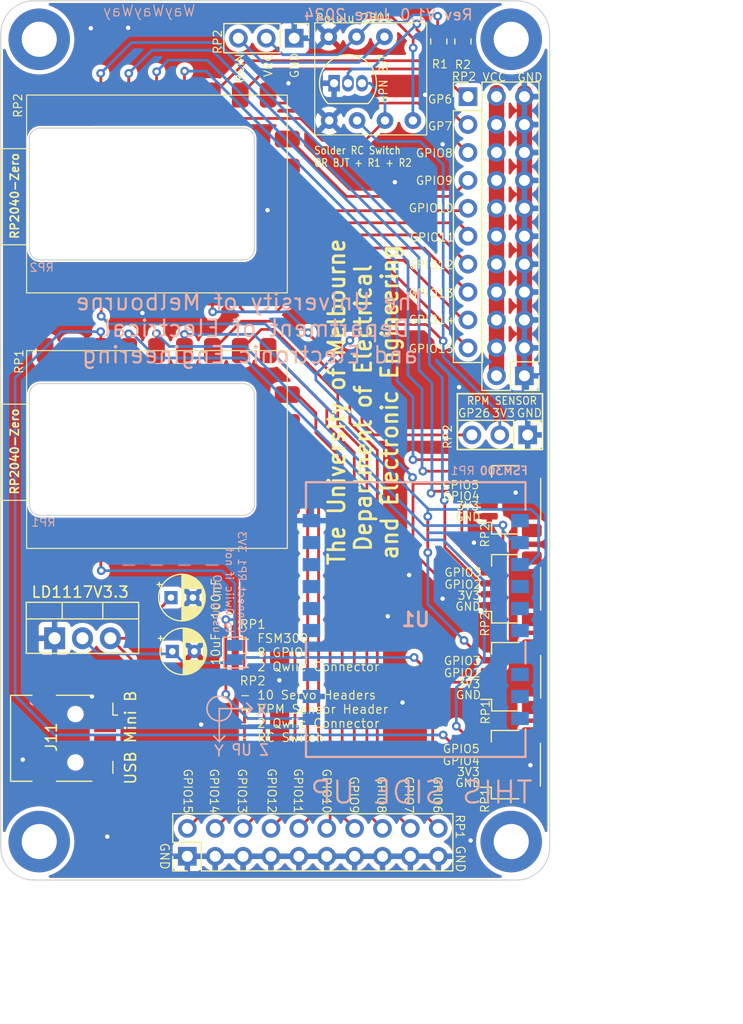
<source format=kicad_pcb>
(kicad_pcb (version 20221018) (generator pcbnew)
  (layers (0 "F.Cu" signal) (31 "B.Cu" signal) (34 "B.Paste" user) (35 "F.Paste" user) (36 "B.SilkS" user "B.Silkscreen") (37 "F.SilkS" user "F.Silkscreen") (38 "B.Mask" user) (39 "F.Mask" user) (44 "Edge.Cuts" user))
  (net 0 "")
  (net 1 "GND")
  (net 2 "3V3")
  (net 3 "SDA1")
  (net 4 "SCL1")
  (net 5 "SDA2")
  (net 6 "SCL2")
  (net 7 "SDA3")
  (net 8 "SCL3")
  (net 9 "SDA4")
  (net 10 "SCL4")
  (net 24 "GP6")
  (net 25 "GP7")
  (net 26 "GP8")
  (net 27 "GP9")
  (net 28 "GP10")
  (net 29 "GP11")
  (net 30 "GP12")
  (net 31 "GP13")
  (net 32 "GP14")
  (net 33 "GP15")
  (net 34 "GP6B")
  (net 35 "GP7B")
  (net 36 "GP8B")
  (net 37 "GP9B")
  (net 38 "GP10B")
  (net 39 "GP11B")
  (net 40 "GP12B")
  (net 41 "GP13B")
  (net 42 "Net-(J7-Pin_2)")
  (net 49 "Net-(J7-Pin_3)")
  (net 54 "GP14B")
  (net 55 "GP15B")
  (net 56 "3V3B")
  (net 57 "VCC")
  (net 58 "GPIO1B")
  (net 60 "GP26B")
  (net 61 "Net-(Q1-B)")
  (net 62 "3V3PS")
  (net 63 "VCC_TOF")
  (footprint "Connector_JST:JST_SH_SM04B-SRSS-TB_1x04-1MP_P1.00mm_Horizontal" (layer "F.Cu") (at 58.47 81.5 90)
    (fp_text reference "J3" hide)
    (fp_text value "Conn_01x04" hide)
  )
  (footprint "RP2040-Zero:RP2040-Zero" (layer "F.Cu") (at 38.1 38.575 90)
    (fp_text reference "RP2" hide)
    (fp_text value "RP2040-Zero" hide)
    (fp_line (start 3 -4) (end 3 -22.5) (stroke (width 0.1)) (layer "Edge.Cuts"))
    (fp_line (start 4 -23.5) (end 14 -23.5) (stroke (width 0.1)) (layer "Edge.Cuts"))
    (fp_line (start 14 -3) (end 4 -3) (stroke (width 0.1)) (layer "Edge.Cuts"))
    (fp_line (start 15 -22.5) (end 15 -4) (stroke (width 0.1)) (layer "Edge.Cuts"))
    (fp_arc (start 3 -22.5) (mid 3.292893 -23.207107) (end 4 -23.5) (stroke (width 0.1)) (layer "Edge.Cuts"))
    (fp_arc (start 4 -3) (mid 3.292893 -3.292893) (end 3 -4) (stroke (width 0.1)) (layer "Edge.Cuts"))
    (fp_arc (start 14 -23.5) (mid 14.707107 -23.207107) (end 15 -22.5) (stroke (width 0.1)) (layer "Edge.Cuts"))
    (fp_arc (start 15 -4) (mid 14.707107 -3.292893) (end 14 -3) (stroke (width 0.1)) (layer "Edge.Cuts"))
  )
  (footprint "Connector_JST:JST_SH_SM04B-SRSS-TB_1x04-1MP_P1.00mm_Horizontal" (layer "F.Cu") (at 58.5 57.4 90)
    (fp_text reference "J4" hide)
    (fp_text value "Conn_01x04" hide)
  )
  (footprint "Connector_USB:USB_Mini-B_Lumberg_2486_01_Horizontal" (layer "F.Cu") (at 18.8 79.1 -90)
    (fp_text reference "J11")
    (fp_text value "USB_B_Mini" hide)
  )
  (footprint "MountingHole:MountingHole_3.2mm_M3_DIN965_Pad" (layer "F.Cu") (at 58.5 15.5)
    (fp_text reference "H2" hide)
    (fp_text value "MountingHole" hide)
  )
  (footprint "Capacitor_THT:CP_Radial_D4.0mm_P2.00mm" (layer "F.Cu") (at 27.5 66.3)
    (fp_text reference "C2" hide)
    (fp_text value "100nF")
  )
  (footprint "Connector_PinHeader_2.54mm:PinHeader_2x11_P2.54mm_Vertical" (layer "F.Cu") (at 59.7 46.12 180)
    (fp_text reference "J6" hide)
    (fp_text value "Conn_02x11_Odd_Even" hide)
  )
  (footprint "Connector_PinHeader_2.54mm:PinHeader_1x10_P2.54mm_Vertical" (layer "F.Cu") (at 54.56 20.72)
    (fp_text reference "J8" hide)
    (fp_text value "Conn_01x10" hide)
  )
  (footprint "MountingHole:MountingHole_3.2mm_M3_DIN965_Pad" (layer "F.Cu") (at 15.5 88.5)
    (fp_text reference "H4" hide)
    (fp_text value "MountingHole" hide)
  )
  (footprint "RP2040-Zero:RP2040-Zero" (layer "F.Cu") (at 38.1 61.825 90)
    (fp_text reference "RP1" hide)
    (fp_text value "RP2040-Zero" hide)
    (fp_line (start 3 -4) (end 3 -22.5) (stroke (width 0.1)) (layer "Edge.Cuts"))
    (fp_line (start 4 -23.5) (end 14 -23.5) (stroke (width 0.1)) (layer "Edge.Cuts"))
    (fp_line (start 14 -3) (end 4 -3) (stroke (width 0.1)) (layer "Edge.Cuts"))
    (fp_line (start 15 -22.5) (end 15 -4) (stroke (width 0.1)) (layer "Edge.Cuts"))
    (fp_arc (start 3 -22.5) (mid 3.292893 -23.207107) (end 4 -23.5) (stroke (width 0.1)) (layer "Edge.Cuts"))
    (fp_arc (start 4 -3) (mid 3.292893 -3.292893) (end 3 -4) (stroke (width 0.1)) (layer "Edge.Cuts"))
    (fp_arc (start 14 -23.5) (mid 14.707107 -23.207107) (end 15 -22.5) (stroke (width 0.1)) (layer "Edge.Cuts"))
    (fp_arc (start 15 -4) (mid 14.707107 -3.292893) (end 14 -3) (stroke (width 0.1)) (layer "Edge.Cuts"))
  )
  (footprint "Polulu2801RCSwitch:2801RCSwitch" (layer "F.Cu") (at 40.6 14 -90)
    (fp_text reference "U2" hide)
    (fp_text value "~")
  )
  (footprint "Connector_JST:JST_SH_SM04B-SRSS-TB_1x04-1MP_P1.00mm_Horizontal" (layer "F.Cu") (at 58.5 73.5 90)
    (fp_text reference "J2" hide)
    (fp_text value "Conn_01x04" hide)
  )
  (footprint "Connector_PinHeader_2.54mm:PinHeader_2x10_P2.54mm_Vertical" (layer "F.Cu") (at 28.9935 89.84 90)
    (fp_text reference "J10" hide)
    (fp_text value "Conn_02x10_Odd_Even" hide)
  )
  (footprint "Resistor_SMD:R_0805_2012Metric" (layer "F.Cu") (at 51.9 15.7 -90)
    (fp_text reference "R1" hide)
    (fp_text value "R" hide)
  )
  (footprint "Capacitor_THT:CP_Radial_D4.0mm_P2.00mm" (layer "F.Cu") (at 27.627401 71.2)
    (fp_text reference "C1" hide)
    (fp_text value "10uF")
  )
  (footprint "Package_TO_SOT_THT:TO-92_Inline" (layer "F.Cu") (at 42.36 19.5)
    (fp_text reference "Q1" hide)
    (fp_text value "2N3904" hide)
  )
  (footprint "Connector_PinHeader_2.54mm:PinHeader_1x03_P2.54mm_Vertical" (layer "F.Cu") (at 38.725 15.4 -90)
    (fp_text reference "J7" hide)
    (fp_text value "Conn_01x03" hide)
  )
  (footprint "Package_TO_SOT_THT:TO-220-3_Vertical" (layer "F.Cu") (at 16.9 70)
    (fp_text reference "U3" hide)
    (fp_text value "LD1117V3.3")
  )
  (footprint "MountingHole:MountingHole_3.2mm_M3_DIN965_Pad" (layer "F.Cu") (at 58.5 88.5)
    (fp_text reference "H3" hide)
    (fp_text value "MountingHole" hide)
  )
  (footprint "Connector_JST:JST_SH_SM04B-SRSS-TB_1x04-1MP_P1.00mm_Horizontal" (layer "F.Cu") (at 58.5 65.5 90)
    (fp_text reference "J5" hide)
    (fp_text value "Conn_01x04" hide)
  )
  (footprint "Connector_PinHeader_2.54mm:PinHeader_1x03_P2.54mm_Vertical" (layer "F.Cu") (at 60 51.5 -90)
    (fp_text reference "J9" hide)
    (fp_text value "Conn_01x03")
  )
  (footprint "MountingHole:MountingHole_3.2mm_M3_DIN965_Pad" (layer "F.Cu") (at 15.5 15.5)
    (fp_text reference "H1" hide)
    (fp_text value "MountingHole" hide)
  )
  (footprint "Resistor_SMD:R_0805_2012Metric" (layer "F.Cu") (at 54.1 15.7 -90)
    (fp_text reference "R2" hide)
    (fp_text value "R" hide)
  )
  (footprint "Jumper:SolderJumper-2_P1.3mm_Open_Pad1.0x1.5mm" (layer "B.Cu") (at 33.3 71.3 -90)
    (fp_text reference "JP1" hide)
    (fp_text value "SolderJumper_2_Open" hide)
  )
  (footprint "FSM300:FSM300" (layer "B.Cu") (at 49.8 68.3)
    (fp_text reference "U1")
    (fp_text value "FSM300" hide)
  )
  (gr_circle (center 31.9 76.4) (end 32.4 77.4) (stroke (width 0.15)) (fill none) (layer "B.SilkS"))
  (gr_line (start 34.4 76.9) (end 34.9 76.4) (stroke (width 0.15)) (layer "B.SilkS"))
  (gr_line (start 34.9 76.4) (end 31.9 76.4) (stroke (width 0.15)) (layer "B.SilkS"))
  (gr_line (start 32.4 78.9) (end 31.9 79.4) (stroke (width 0.15)) (layer "B.SilkS"))
  (gr_line (start 31.9 79.4) (end 31.4 78.9) (stroke (width 0.15)) (layer "B.SilkS"))
  (gr_line (start 34.9 76.4) (end 34.4 75.9) (stroke (width 0.15)) (layer "B.SilkS"))
  (gr_line (start 31.9 79.4) (end 31.9 76.4) (stroke (width 0.15)) (layer "B.SilkS"))
  (gr_rect (start 53.59 47.75) (end 61.35 52.83) (stroke (width 0.15)) (fill none) (layer "F.SilkS"))
  (gr_line (start 12 89) (end 12 15) (stroke (width 0.1)) (layer "Edge.Cuts"))
  (gr_line (start 59 92) (end 15 92) (stroke (width 0.1)) (layer "Edge.Cuts"))
  (gr_arc (start 12 15) (mid 12.87868 12.87868) (end 15 12) (stroke (width 0.1)) (layer "Edge.Cuts"))
  (gr_line (start 62 15) (end 62 89) (stroke (width 0.1)) (layer "Edge.Cuts"))
  (gr_arc (start 59 12) (mid 61.12132 12.87868) (end 62 15) (stroke (width 0.1)) (layer "Edge.Cuts"))
  (gr_line (start 15 12) (end 59 12) (stroke (width 0.1)) (layer "Edge.Cuts"))
  (gr_arc (start 15 92) (mid 12.87868 91.12132) (end 12 89) (stroke (width 0.1)) (layer "Edge.Cuts"))
  (gr_arc (start 62 89) (mid 61.12132 91.12132) (end 59 92) (stroke (width 0.1)) (layer "Edge.Cuts"))
  (gr_text "Z UP" (at 36.5 80.75) (layer "B.SilkS") (effects (font (size 1 0.9)) (justify left bottom mirror)))
  (gr_text "WayWayWay" (at 29.8 13.5) (layer "B.SilkS") (effects (font (size 1 1) (thickness 0.1)) (justify left bottom mirror)))
  (gr_text "RP1\n" (at 17.05 59.9) (layer "B.SilkS") (effects (font (size 0.75 0.75) (thickness 0.1)) (justify left bottom mirror)))
  (gr_text "Connect RP1 3V3 \nto Qwiic if not \nusing LDO" (at 31.3 69.6 -90) (layer "B.SilkS") (effects (font (size 0.7 0.7) (thickness 0.1)) (justify left bottom mirror)))
  (gr_text "X" (at 35.2 75.86 180) (layer "B.SilkS") (effects (font (size 1 1)) (justify left bottom mirror)))
  (gr_text "The University of Melbourne\nDepartment of Electrical \nand Electronic Engineering\n" (at 34.7 45.1) (layer "B.SilkS") (effects (font (size 1.5 1.5) (thickness 0.2)) (justify bottom mirror)))
  (gr_text "Y" (at 32.4 80.85) (layer "B.SilkS") (effects (font (size 1 1)) (justify left bottom mirror)))
  (gr_text "RP2" (at 16.9 36.7) (layer "B.SilkS") (effects (font (size 0.75 0.75) (thickness 0.1)) (justify left bottom mirror)))
  (gr_text "FSM300" (at 60.1 55.2) (layer "B.SilkS") (effects (font (size 0.75 0.75) (thickness 0.15) bold) (justify left bottom mirror)))
  (gr_text "THIS SIDE UP" (at 60.6 85.2) (layer "B.SilkS") (effects (font (size 2 2) (thickness 0.2)) (justify left bottom mirror)))
  (gr_text "RP1\n" (at 55.25 55.2) (layer "B.SilkS") (effects (font (size 0.75 0.75) (thickness 0.1)) (justify left bottom mirror)))
  (gr_text "Rev V1.0 June 2024" (at 47.3 13.85) (layer "B.SilkS") (effects (font (size 1 1)) (justify bottom mirror)))
  (gr_text "GND" (at 59 19.4) (layer "F.SilkS") (effects (font (size 0.75 0.75) (thickness 0.1)) (justify left bottom)))
  (gr_text "VCC\n" (at 55.83 19.39) (layer "F.SilkS") (effects (font (size 0.75 0.75) (thickness 0.1)) (justify left bottom)))
  (gr_text "GPIO9" (at 49.75 28.8) (layer "F.SilkS") (effects (font (size 0.75 0.75) (thickness 0.1)) (justify left bottom)))
  (gr_text "RP1\n" (at 56.55 85.95 90) (layer "F.SilkS") (effects (font (size 0.75 0.75) (thickness 0.1)) (justify left bottom)))
  (gr_text "VRC" (at 36.8 19 90) (layer "F.SilkS") (effects (font (size 0.75 0.75) (thickness 0.1)) (justify left bottom)))
  (gr_text "GND" (at 53.35 59.4) (layer "F.SilkS") (effects (font (size 0.75 0.75) (thickness 0.1)) (justify left bottom)))
  (gr_text "GPIO13" (at 49.1 39.06) (layer "F.SilkS") (effects (font (size 0.75 0.75) (thickness 0.1)) (justify left bottom)))
  (gr_text "RP2" (at 14 22.7 90) (layer "F.SilkS") (effects (font (size 0.75 0.75) (thickness 0.1)) (justify left bottom)))
  (gr_text "RP2\n\n" (at 54.35 52.83 90) (layer "F.SilkS") (effects (font (size 0.75 0.75) (thickness 0.1)) (justify left bottom)))
  (gr_text "USB Mini B" (at 24.4 83.4 90) (layer "F.SilkS") (effects (font (size 1 1)) (justify left bottom)))
  (gr_text "GPIO7" (at 48.75 82.5 -90) (layer "F.SilkS") (effects (font (size 0.75 0.75) (thickness 0.1)) (justify left bottom)))
  (gr_text "GPIO11" (at 38.65 81.78 -90) (layer "F.SilkS") (effects (font (size 0.75 0.75) (thickness 0.1)) (justify left bottom)))
  (gr_text "GPIO14" (at 49.1 41.46) (layer "F.SilkS") (effects (font (size 0.75 0.75) (thickness 0.1)) (justify left bottom)))
  (gr_text "Polulu 2801" (at 40.6 14) (layer "F.SilkS") (effects (font (size 0.75 0.75) (thickness 0.1)) (justify left bottom)))
  (gr_text "GPIO13" (at 33.55 81.8 270) (layer "F.SilkS") (effects (font (size 0.75 0.75) (thickness 0.1)) (justify left bottom)))
  (gr_text "GPIO6" (at 51.35 82.5 -90) (layer "F.SilkS") (effects (font (size 0.75 0.75) (thickness 0.1)) (justify left bottom)))
  (gr_text "RP1\n" (at 56.6 77.9 90) (layer "F.SilkS") (effects (font (size 0.75 0.75) (thickness 0.1)) (justify left bottom)))
  (gr_text "RP2\n" (at 56.55 61.8 90) (layer "F.SilkS") (effects (font (size 0.75 0.75) (thickness 0.1)) (justify left bottom)))
  (gr_text "3V3\n" (at 53.55 66.55) (layer "F.SilkS") (effects (font (size 0.75 0.75) (thickness 0.1)) (justify left bottom)))
  (gr_text "GPIO5" (at 52.15 56.5) (layer "F.SilkS") (effects (font (size 0.75 0.75) (thickness 0.1)) (justify left bottom)))
  (gr_text "GPIO9" (at 43.75 82.5 -90) (layer "F.SilkS") (effects (font (size 0.75 0.75) (thickness 0.1)) (justify left bottom)))
  (gr_text "GPIO12" (at 36.25 81.78 -90) (layer "F.SilkS") (effects (font (size 0.75 0.75) (thickness 0.1)) (justify left bottom)))
  (gr_text "GPIO10" (at 41.25 81.8 -90) (layer "F.SilkS") (effects (font (size 0.75 0.75) (thickness 0.1)) (justify left bottom)))
  (gr_text "GPIO12" (at 49.1 36.46) (layer "F.SilkS") (effects (font (size 0.75 0.75) (thickness 0.1)) (justify left bottom)))
  (gr_text "The University of Melbourne\nDepartment of Electrical \nand Electronic Engineering\n" (at 48.3 48.5 90) (layer "F.SilkS") (effects (font (size 1.5 1.4) (thickness 0.25) bold) (justify bottom)))
  (gr_text "RP2" (at 56.55 69.9 90) (layer "F.SilkS") (effects (font (size 0.75 0.75) (thickness 0.1)) (justify left bottom)))
  (gr_text "GPIO8" (at 49.75 26.3) (layer "F.SilkS") (effects (font (size 0.75 0.75) (thickness 0.1)) (justify left bottom)))
  (gr_text "GND\n" (at 53.4 88.8 -90) (layer "F.SilkS") (effects (font (size 0.8 0.8) (thickness 0.1)) (justify left bottom)))
  (gr_text "RP2040-Zero\n" (at 13.7 33.75 90) (layer "F.SilkS") (effects (font (size 0.75 0.75) (thickness 0.15) bold) (justify left bottom)))
  (gr_text "GND\n" (at 26.45 88.55 -90) (layer "F.SilkS") (effects (font (size 0.8 0.8) (thickness 0.1)) (justify left bottom)))
  (gr_text "GP26" (at 53.59 49.95) (layer "F.SilkS") (effects (font (size 0.75 0.75) (thickness 0.1)) (justify left bottom)))
  (gr_text "GPIO3" (at 52.3 72.5) (layer "F.SilkS") (effects (font (size 0.75 0.75) (thickness 0.1)) (justify left bottom)))
  (gr_text "RP1\n- FSM300\n- 8 GPIO\n- 2 Qwiic Connector\nRP2\n- 10 Servo Headers\n- RPM Sensor Header\n- 2 Qwiic Connector\n- RC Switch" (at 33.7 79.5) (layer "F.SilkS") (effects (font (size 0.8 0.8) (thickness 0.1)) (justify left bottom)))
  (gr_text "GPIO15\n" (at 28.6 81.8 -90) (layer "F.SilkS") (effects (font (size 0.75 0.75) (thickness 0.1)) (justify left bottom)))
  (gr_text "Solder RC Switch \nOR BJT + R1 + R2" (at 40.5 27.15) (layer "F.SilkS") (effects (font (size 0.7 0.6) (thickness 0.1)) (justify left bottom)))
  (gr_text "3V3\n" (at 53.45 58.4) (layer "F.SilkS") (effects (font (size 0.75 0.75) (thickness 0.1)) (justify left bottom)))
  (gr_text "GPIO8" (at 46.25 82.5 -90) (layer "F.SilkS") (effects (font (size 0.75 0.75) (thickness 0.1)) (justify left bottom)))
  (gr_text "RP2\n\n" (at 53.018365 20.537734) (layer "F.SilkS") (effects (font (size 0.75 0.75) (thickness 0.1)) (justify left bottom)))
  (gr_text "GPIO4" (at 52.2 57.5) (layer "F.SilkS") (effects (font (size 0.75 0.75) (thickness 0.1)) (justify left bottom)))
  (gr_text "GPIO10" (at 49.1 31.3) (layer "F.SilkS") (effects (font (size 0.75 0.75) (thickness 0.1)) (justify left bottom)))
  (gr_text "3V3\n" (at 53.5 82.6) (layer "F.SilkS") (effects (font (size 0.75 0.75) (thickness 0.1)) (justify left bottom)))
  (gr_text "GPIO4" (at 52.2 81.6) (layer "F.SilkS") (effects (font (size 0.75 0.75) (thickness 0.1)) (justify left bottom)))
  (gr_text "GND" (at 53.35 83.6) (layer "F.SilkS") (effects (font (size 0.75 0.75) (thickness 0.1)) (justify left bottom)))
  (gr_text "GND" (at 53.35 67.55) (layer "F.SilkS") (effects (font (size 0.75 0.75) (thickness 0.1)) (justify left bottom)))
  (gr_text "R1\n" (at 51.2 18.2) (layer "F.SilkS") (effects (font (size 0.75 0.75) (thickness 0.1)) (justify left bottom)))
  (gr_text "GPIO2" (at 52.35 65.55) (layer "F.SilkS") (effects (font (size 0.75 0.75) (thickness 0.1)) (justify left bottom)))
  (gr_text "GND" (at 58.95 49.95) (layer "F.SilkS") (effects (font (size 0.75 0.75) (thickness 0.1)) (justify left bottom)))
  (gr_text "RP2040-Zero\n" (at 13.7 57 90) (layer "F.SilkS") (effects (font (size 0.75 0.75) (thickness 0.15) bold) (justify left bottom)))
  (gr_text "RCIN" (at 34.2 19.5 90) (layer "F.SilkS") (effects (font (size 0.75 0.75) (thickness 0.1)) (justify left bottom)))
  (gr_text "NPN BJT" (at 47.3 21.4 90) (layer "F.SilkS") (effects (font (size 0.75 0.7) (thickness 0.1)) (justify left bottom)))
  (gr_text "GPIO5" (at 52.2 80.5) (layer "F.SilkS") (effects (font (size 0.75 0.75) (thickness 0.1)) (justify left bottom)))
  (gr_text "3V3\n" (at 56.7 49.95) (layer "F.SilkS") (effects (font (size 0.75 0.75) (thickness 0.1)) (justify left bottom)))
  (gr_text "GPIO2" (at 52.3 73.6) (layer "F.SilkS") (effects (font (size 0.75 0.75) (thickness 0.1)) (justify left bottom)))
  (gr_text "GND" (at 53.4 75.6) (layer "F.SilkS") (effects (font (size 0.75 0.75) (thickness 0.1)) (justify left bottom)))
  (gr_text "GPIO3" (at 52.35 64.45) (layer "F.SilkS") (effects (font (size 0.75 0.75) (thickness 0.1)) (justify left bottom)))
  (gr_text "GPIO11" (at 49.2 33.96) (layer "F.SilkS") (effects (font (size 0.75 0.75) (thickness 0.1)) (justify left bottom)))
  (gr_text "GND" (at 39.2 19.1 90) (layer "F.SilkS") (effects (font (size 0.75 0.75) (thickness 0.1)) (justify left bottom)))
  (gr_text "R2\n" (at 53.3 18.25) (layer "F.SilkS") (effects (font (size 0.75 0.75) (thickness 0.1)) (justify left bottom)))
  (gr_text "RP1" (at 14.1 46 90) (layer "F.SilkS") (effects (font (size 0.75 0.75) (thickness 0.1)) (justify left bottom)))
  (gr_text "GP6\n" (at 50.85 21.4) (layer "F.SilkS") (effects (font (size 0.75 0.75) (thickness 0.1)) (justify left bottom)))
  (gr_text "3V3\n" (at 53.55 74.6) (layer "F.SilkS") (effects (font (size 0.75 0.75) (thickness 0.1)) (justify left bottom)))
  (gr_text "RPM SENSOR" (at 54.4 48.8) (layer "F.SilkS") (effects (font (size 0.7 0.65) (thickness 0.1)) (justify left bottom)))
  (gr_text "RP1" (at 53.4 85.97 -90) (layer "F.SilkS") (effects (font (size 0.75 0.75) (thickness 0.1)) (justify left bottom)))
  (gr_text "GPIO14" (at 31 81.8 270) (layer "F.SilkS") (effects (font (size 0.75 0.75) (thickness 0.1)) (justify left bottom)))
  (gr_text "GPIO15" (at 49.1 44.1) (layer "F.SilkS") (effects (font (size 0.75 0.75) (thickness 0.1)) (justify left bottom)))
  (gr_text "GP7" (at 50.85 23.85) (layer "F.SilkS") (effects (font (size 0.75 0.75) (thickness 0.1)) (justify left bottom)))
  (gr_text "RP2\n\n" (at 33.4 16.9 90) (layer "F.SilkS") (effects (font (size 0.75 0.75) (thickness 0.1)) (justify left bottom)))
  (segment (start 59.7 45.76) (end 59.7 20.36) (width 1.4) (layer "F.Cu") (net 1))
  (via (at 20.3 75.3) (size 0.8) (drill 0.4) (layers "F.Cu" "B.Cu") (net 1))
  (via (at 24.9 40.4) (size 0.8) (drill 0.4) (layers "F.Cu" "B.Cu") (net 1))
  (via (at 30.25 77.85) (size 0.8) (drill 0.4) (layers "F.Cu" "B.Cu") (net 1))
  (via (at 38.2 19.5) (size 0.8) (drill 0.4) (layers "F.Cu" "B.Cu") (net 1))
  (via (at 60.25 81.55) (size 0.8) (drill 0.4) (layers "F.Cu" "B.Cu") (net 1))
  (via (at 23.6 14.45) (size 0.8) (drill 0.4) (layers "F.Cu" "B.Cu") (net 1))
  (via (at 47.25 68) (size 0.8) (drill 0.4) (layers "F.Cu" "B.Cu") (net 1))
  (via (at 49.2 64.25) (size 0.8) (drill 0.4) (layers "F.Cu" "B.Cu") (net 1))
  (via (at 54.8 88.4) (size 0.8) (drill 0.4) (layers "F.Cu" "B.Cu") (net 1))
  (via (at 52.25 66.4) (size 0.8) (drill 0.4) (layers "F.Cu" "B.Cu") (net 1))
  (via (at 36.3 31.05) (size 0.8) (drill 0.4) (layers "F.Cu" "B.Cu") (net 1))
  (via (at 48.6 75.85) (size 0.8) (drill 0.4) (layers "F.Cu" "B.Cu") (net 1))
  (via (at 37.375 73.825) (size 0.8) (drill 0.4) (layers "F.Cu" "B.Cu") (net 1))
  (via (at 21.7 88.05) (size 0.8) (drill 0.4) (layers "F.Cu" "B.Cu") (net 1))
  (via (at 53.75 47.15) (size 0.8) (drill 0.4) (layers "F.Cu" "B.Cu") (net 1))
  (via (at 20.2 14.5) (size 0.8) (drill 0.4) (layers "F.Cu" "B.Cu") (net 1))
  (via (at 52.25 25.05) (size 0.8) (drill 0.4) (layers "F.Cu" "B.Cu") (net 1))
  (via (at 14 81.05) (size 0.8) (drill 0.4) (layers "F.Cu" "B.Cu") (net 1))
  (via (at 58.9 56.75) (size 0.8) (drill 0.4) (layers "F.Cu" "B.Cu") (net 1))
  (via (at 50.65 20.55) (size 0.8) (drill 0.4) (layers "F.Cu" "B.Cu") (net 1))
  (via (at 55.1 61.3) (size 0.8) (drill 0.4) (layers "F.Cu" "B.Cu") (net 1))
  (via (at 47.9 28.5) (size 0.8) (drill 0.4) (layers "F.Cu" "B.Cu") (net 1))
  (segment (start 60 51.5) (end 60 46.06) (width 0.25) (layer "B.Cu") (net 1))
  (segment (start 60 46.06) (end 59.7 45.76) (width 0.25) (layer "B.Cu") (net 1))
  (segment (start 21.11 63.76) (end 21.15 63.8) (width 0.25) (layer "F.Cu") (net 2))
  (segment (start 21.15 63.85) (end 21.2 63.85) (width 0.25) (layer "F.Cu") (net 2))
  (segment (start 21.2 63.85) (end 21.15 63.8) (width 0.25) (layer "F.Cu") (net 2))
  (segment (start 21.11 61.825) (end 21.11 63.76) (width 0.25) (layer "F.Cu") (net 2))
  (segment (start 32.5 68.3) (end 32.5 75.1) (width 0.25) (layer "F.Cu") (net 2))
  (segment (start 21.15 63.8) (end 21.15 63.85) (width 0.25) (layer "F.Cu") (net 2))
  (via (at 32.5 68.3) (size 0.8) (drill 0.4) (layers "F.Cu" "B.Cu") (net 2))
  (via (at 21.15 63.85) (size 0.8) (drill 0.4) (layers "F.Cu" "B.Cu") (net 2))
  (via (at 32.5 75.1) (size 0.8) (drill 0.4) (layers "F.Cu" "B.Cu") (net 2))
  (segment (start 40.3 77.3) (end 34.5 77.3) (width 0.25) (layer "B.Cu") (net 2))
  (segment (start 32.5 75.3) (end 32.5 75.1) (width 0.25) (layer "B.Cu") (net 2))
  (segment (start 32.15 63.85) (end 21.15 63.85) (width 0.25) (layer "B.Cu") (net 2))
  (segment (start 33.3 65) (end 32.15 63.85) (width 0.25) (layer "B.Cu") (net 2))
  (segment (start 33.3 68.3) (end 32.5 68.3) (width 0.25) (layer "B.Cu") (net 2))
  (segment (start 33.3 68.3) (end 33.3 65) (width 0.25) (layer "B.Cu") (net 2))
  (segment (start 32.5 75.1) (end 32.5 75.2) (width 0.25) (layer "B.Cu") (net 2))
  (segment (start 34.5 77.3) (end 32.5 75.3) (width 0.25) (layer "B.Cu") (net 2))
  (segment (start 33.3 70.65) (end 33.3 68.3) (width 0.25) (layer "B.Cu") (net 2))
  (segment (start 26.18356 42.32644) (end 26.15 42.36) (width 0.25) (layer "F.Cu") (net 3))
  (segment (start 26.18356 42.26695) (end 26.18356 42.32644) (width 0.25) (layer "F.Cu") (net 3))
  (segment (start 57.75 72.524999) (end 57.75 59.7) (width 0.25) (layer "F.Cu") (net 3))
  (segment (start 57.274999 73) (end 57.75 72.524999) (width 0.25) (layer "F.Cu") (net 3))
  (segment (start 56.5 73) (end 57.274999 73) (width 0.25) (layer "F.Cu") (net 3))
  (segment (start 26.18356 42.26695) (end 26.19 42.27339) (width 0.25) (layer "F.Cu") (net 3))
  (segment (start 26.19 42.27339) (end 26.19 43.825) (width 0.25) (layer "F.Cu") (net 3))
  (via (at 26.18356 42.26695) (size 0.8) (drill 0.4) (layers "F.Cu" "B.Cu") (net 3))
  (via (at 57.75 59.7) (size 0.8) (drill 0.4) (layers "F.Cu" "B.Cu") (net 3))
  (segment (start 50.558273 59.75) (end 57.7 59.75) (width 0.25) (layer "B.Cu") (net 3))
  (segment (start 26.18356 42.26695) (end 27.36661 43.45) (width 0.25) (layer "B.Cu") (net 3))
  (segment (start 57.7 59.75) (end 57.75 59.7) (width 0.25) (layer "B.Cu") (net 3))
  (segment (start 59.3 61.3) (end 58.8 61.3) (width 0.25) (layer "B.Cu") (net 3))
  (segment (start 57.75 59.7) (end 57.65 59.65) (width 0.25) (layer "B.Cu") (net 3))
  (segment (start 27.36661 43.45) (end 34.258273 43.45) (width 0.25) (layer "B.Cu") (net 3))
  (segment (start 34.258273 43.45) (end 50.558273 59.75) (width 0.25) (layer "B.Cu") (net 3))
  (segment (start 57.75 60.25) (end 57.75 59.7) (width 0.25) (layer "B.Cu") (net 3))
  (segment (start 57.65 59.65) (end 57.6 59.65) (width 0.25) (layer "B.Cu") (net 3))
  (segment (start 58.8 61.3) (end 57.75 60.25) (width 0.25) (layer "B.Cu") (net 3))
  (segment (start 50.9 58.925) (end 50.9 62.2) (width 0.25) (layer "F.Cu") (net 4))
  (segment (start 50.9 62.2) (end 50.9 62.1) (width 0.25) (layer "F.Cu") (net 4))
  (segment (start 28.73 42.35) (end 28.75 42.33) (width 0.25) (layer "F.Cu") (net 4))
  (segment (start 55.95 71.95) (end 56.5 71.95) (width 0.25) (layer "F.Cu") (net 4))
  (segment (start 28.73 42.35) (end 28.73 43.825) (width 0.25) (layer "F.Cu") (net 4))
  (segment (start 54.2 70.2) (end 55.95 71.95) (width 0.25) (layer "F.Cu") (net 4))
  (via (at 28.73 42.35) (size 0.8) (drill 0.4) (layers "F.Cu" "B.Cu") (net 4))
  (via (at 54.2 70.2) (size 0.8) (drill 0.4) (layers "F.Cu" "B.Cu") (net 4))
  (via (at 50.9 58.925) (size 0.8) (drill 0.4) (layers "F.Cu" "B.Cu") (net 4))
  (via (at 50.9 62.2) (size 0.8) (drill 0.4) (layers "F.Cu" "B.Cu") (net 4))
  (segment (start 60.1 63.3) (end 61 62.4) (width 0.25) (layer "B.Cu") (net 4))
  (segment (start 50.9 62.2) (end 50.9 66.9) (width 0.25) (layer "B.Cu") (net 4))
  (segment (start 59.3 63.3) (end 60.1 63.3) (width 0.25) (layer "B.Cu") (net 4))
  (segment (start 61 58.95) (end 60.325 58.275) (width 0.25) (layer "B.Cu") (net 4))
  (segment (start 61 62.4) (end 61 58.95) (width 0.25) (layer "B.Cu") (net 4))
  (segment (start 60.325 58.275) (end 51 58.275) (width 0.25) (layer "B.Cu") (net 4))
  (segment (start 50.9 58.175) (end 50.9 58.925) (width 0.25) (layer "B.Cu") (net 4))
  (segment (start 28.73 42.35) (end 35.05 42.35) (width 0.25) (layer "B.Cu") (net 4))
  (segment (start 51 58.275) (end 50.9 58.175) (width 0.25) (layer "B.Cu") (net 4))
  (segment (start 50.9 66.9) (end 54.2 70.2) (width 0.25) (layer "B.Cu") (net 4))
  (segment (start 50.875 58.175) (end 50.9 58.175) (width 0.25) (layer "B.Cu") (net 4))
  (segment (start 35.05 42.35) (end 50.875 58.175) (width 0.25) (layer "B.Cu") (net 4))
  (segment (start 56.47 81) (end 54.5 81) (width 0.25) (layer "F.Cu") (net 5))
  (segment (start 21.11 42.11) (end 21.1 42.1) (width 0.25) (layer "F.Cu") (net 5))
  (segment (start 21.11 43.825) (end 21.11 42.11) (width 0.25) (layer "F.Cu") (net 5))
  (segment (start 54.5 81) (end 52.3 78.8) (width 0.25) (layer "F.Cu") (net 5))
  (via (at 21.1 42.1) (size 0.8) (drill 0.4) (layers "F.Cu" "B.Cu") (net 5))
  (via (at 52.3 78.8) (size 0.8) (drill 0.4) (layers "F.Cu" "B.Cu") (net 5))
  (segment (start 13.3 46.3) (end 13.3 75.2) (width 0.25) (layer "B.Cu") (net 5))
  (segment (start 17.5 42.1) (end 13.3 46.3) (width 0.25) (layer "B.Cu") (net 5))
  (segment (start 13.3 75.2) (end 16.9 78.8) (width 0.25) (layer "B.Cu") (net 5))
  (segment (start 21.1 42.1) (end 17.5 42.1) (width 0.25) (layer "B.Cu") (net 5))
  (segment (start 16.9 78.8) (end 52.3 78.8) (width 0.25) (layer "B.Cu") (net 5))
  (segment (start 52.3 78.8) (end 52.2 78.8) (width 0.25) (layer "B.Cu") (net 5))
  (segment (start 23.65 43.825) (end 23.65 42.3) (width 0.25) (layer "F.Cu") (net 6))
  (segment (start 55.5 80) (end 53.5 78) (width 0.25) (layer "F.Cu") (net 6))
  (segment (start 56.47 80) (end 55.5 80) (width 0.25) (layer "F.Cu") (net 6))
  (via (at 23.65 42.3) (size 0.8) (drill 0.4) (layers "F.Cu" "B.Cu") (net 6))
  (via (at 53.5 78) (size 0.8) (drill 0.4) (layers "F.Cu" "B.Cu") (net 6))
  (segment (start 24 42.3) (end 26.2 44.5) (width 0.25) (layer "B.Cu") (net 6))
  (segment (start 56.05 64.8) (end 56.05 71.95) (width 0.25) (layer "B.Cu") (net 6))
  (segment (start 53.5 78) (end 53.5 78.1) (width 0.25) (layer "B.Cu") (net 6))
  (segment (start 53.5 74.5) (end 53.5 78) (width 0.25) (layer "B.Cu") (net 6))
  (segment (start 23.65 42.3) (end 24 42.3) (width 0.25) (layer "B.Cu") (net 6))
  (segment (start 52.3 61.05) (end 56.05 64.8) (width 0.25) (layer "B.Cu") (net 6))
  (segment (start 34.15 44.5) (end 50.7 61.05) (width 0.25) (layer "B.Cu") (net 6))
  (segment (start 26.2 44.5) (end 34.15 44.5) (width 0.25) (layer "B.Cu") (net 6))
  (segment (start 56.05 71.95) (end 53.5 74.5) (width 0.25) (layer "B.Cu") (net 6))
  (segment (start 50.7 61.05) (end 52.3 61.05) (width 0.25) (layer "B.Cu") (net 6))
  (segment (start 55.299092 56.9) (end 56.5 56.9) (width 0.25) (layer "F.Cu") (net 7))
  (segment (start 26.2 18.35) (end 26.25 18.35) (width 0.25) (layer "F.Cu") (net 7))
  (segment (start 50.45 54.8) (end 53.199092 54.8) (width 0.25) (layer "F.Cu") (net 7))
  (segment (start 50.45 54.8) (end 50.55 54.9) (width 0.25) (layer "F.Cu") (net 7))
  (segment (start 26.25 18.35) (end 26.19 18.41) (width 0.25) (layer "F.Cu") (net 7))
  (segment (start 53.199092 54.8) (end 55.299092 56.9) (width 0.25) (layer "F.Cu") (net 7))
  (segment (start 26.2 18.4) (end 26.2 18.35) (width 0.25) (layer "F.Cu") (net 7))
  (segment (start 26.19 20.575) (end 26.19 18.41) (width 0.25) (layer "F.Cu") (net 7))
  (segment (start 26.2 18.4) (end 26.2 18.4) (width 0.25) (layer "F.Cu") (net 7))
  (via (at 50.45 54.8) (size 0.8) (drill 0.4) (layers "F.Cu" "B.Cu") (net 7))
  (via (at 26.2 18.45) (size 0.8) (drill 0.4) (layers "F.Cu" "B.Cu") (net 7))
  (segment (start 27.25 17.4) (end 26.2 18.45) (width 0.25) (layer "B.Cu") (net 7))
  (segment (start 50.45 54.8) (end 50.375 54.725) (width 0.25) (layer "B.Cu") (net 7))
  (segment (start 30.8 17.4) (end 27.25 17.4) (width 0.25) (layer "B.Cu") (net 7))
  (segment (start 49.1 35.7) (end 30.8 17.4) (width 0.25) (layer "B.Cu") (net 7))
  (segment (start 49.1 46.05) (end 49.1 35.7) (width 0.25) (layer "B.Cu") (net 7))
  (segment (start 50.375 47.325) (end 49.1 46.05) (width 0.25) (layer "B.Cu") (net 7))
  (segment (start 50.375 54.725) (end 50.375 47.325) (width 0.25) (layer "B.Cu") (net 7))
  (segment (start 49.55 53.75) (end 49.5535 53.7465) (width 0.25) (layer "F.Cu") (net 8))
  (segment (start 28.75 18.45) (end 28.75 18.4) (width 0.25) (layer "F.Cu") (net 8))
  (segment (start 28.73 20.525) (end 28.73 18.47) (width 0.25) (layer "F.Cu") (net 8))
  (segment (start 54.35 53.75) (end 49.55 53.75) (width 0.25) (layer "F.Cu") (net 8))
  (segment (start 28.75 18.4) (end 28.8 18.4) (width 0.25) (layer "F.Cu") (net 8))
  (segment (start 28.75 18.45) (end 28.75 18.45) (width 0.25) (layer "F.Cu") (net 8))
  (segment (start 28.8 18.4) (end 28.73 18.47) (width 0.25) (layer "F.Cu") (net 8))
  (segment (start 56.5 55.9) (end 54.35 53.75) (width 0.25) (layer "F.Cu") (net 8))
  (via (at 49.55 53.75) (size 0.8) (drill 0.4) (layers "F.Cu" "B.Cu") (net 8))
  (via (at 28.75 18.4) (size 0.8) (drill 0.4) (layers "F.Cu" "B.Cu") (net 8))
  (segment (start 49.55 48.05) (end 48.1 46.6) (width 0.25) (layer "B.Cu") (net 8))
  (segment (start 30.7 18.4) (end 28.75 18.4) (width 0.25) (layer "B.Cu") (net 8))
  (segment (start 49.55 53.75) (end 49.55 48.05) (width 0.25) (layer "B.Cu") (net 8))
  (segment (start 48.1 35.8) (end 30.7 18.4) (width 0.25) (layer "B.Cu") (net 8))
  (segment (start 48.1 46.6) (end 48.1 35.8) (width 0.25) (layer "B.Cu") (net 8))
  (segment (start 21.11 18.76) (end 21.1 18.6) (width 0.25) (layer "F.Cu") (net 9))
  (segment (start 21.11 20.575) (end 21.11 18.76) (width 0.25) (layer "F.Cu") (net 9))
  (segment (start 52.45 57.5) (end 52.45 61.724999) (width 0.25) (layer "F.Cu") (net 9))
  (segment (start 21.1 18.6) (end 21.1 18.75) (width 0.25) (layer "F.Cu") (net 9))
  (segment (start 52.45 61.724999) (end 55.725001 65) (width 0.25) (layer "F.Cu") (net 9))
  (segment (start 52.4 57.45) (end 52.45 57.5) (width 0.25) (layer "F.Cu") (net 9))
  (segment (start 55.725001 65) (end 56.5 65) (width 0.25) (layer "F.Cu") (net 9))
  (via (at 52.4 57.45) (size 0.8) (drill 0.4) (layers "F.Cu" "B.Cu") (net 9))
  (via (at 21.1 18.6) (size 0.8) (drill 0.4) (layers "F.Cu" "B.Cu") (net 9))
  (segment (start 51.05 35.15) (end 31.7 15.8) (width 0.25) (layer "B.Cu") (net 9))
  (segment (start 31.7 15.8) (end 23.9 15.8) (width 0.25) (layer "B.Cu") (net 9))
  (segment (start 23.9 15.8) (end 21.1 18.6) (width 0.25) (layer "B.Cu") (net 9))
  (segment (start 52.225 57.275) (end 52.225 46.275) (width 0.25) (layer "B.Cu") (net 9))
  (segment (start 52.4 57.45) (end 52.225 57.275) (width 0.25) (layer "B.Cu") (net 9))
  (segment (start 51.05 45.1) (end 51.05 35.15) (width 0.25) (layer "B.Cu") (net 9))
  (segment (start 52.225 46.275) (end 51.05 45.1) (width 0.25) (layer "B.Cu") (net 9))
  (segment (start 54 61.9) (end 56.1 64) (width 0.25) (layer "F.Cu") (net 10))
  (segment (start 23.65 18.7) (end 23.65 18.7) (width 0.25) (layer "F.Cu") (net 10))
  (segment (start 23.65 18.6) (end 23.55 18.6) (width 0.25) (layer "F.Cu") (net 10))
  (segment (start 52.925 56.625) (end 54 57.7) (width 0.25) (layer "F.Cu") (net 10))
  (segment (start 56.1 64) (end 56.5 64) (width 0.25) (layer "F.Cu") (net 10))
  (segment (start 54 57.7) (end 54 61.9) (width 0.25) (layer "F.Cu") (net 10))
  (segment (start 23.65 20.575) (end 23.65 18.7) (width 0.25) (layer "F.Cu") (net 10))
  (segment (start 23.55 18.6) (end 23.6 18.65) (width 0.25) (layer "F.Cu") (net 10))
  (segment (start 51.2 56.8) (end 51.375 56.625) (width 0.25) (layer "F.Cu") (net 10))
  (segment (start 23.65 18.7) (end 23.65 18.6) (width 0.25) (layer "F.Cu") (net 10))
  (segment (start 51.375 56.625) (end 52.925 56.625) (width 0.25) (layer "F.Cu") (net 10))
  (via (at 51.2 56.8) (size 0.8) (drill 0.4) (layers "F.Cu" "B.Cu") (net 10))
  (via (at 23.65 18.6) (size 0.8) (drill 0.4) (layers "F.Cu" "B.Cu") (net 10))
  (segment (start 31.25 16.5) (end 25.75 16.5) (width 0.25) (layer "B.Cu") (net 10))
  (segment (start 51.275 46.775) (end 50.1 45.6) (width 0.25) (layer "B.Cu") (net 10))
  (segment (start 25.75 16.5) (end 23.65 18.6) (width 0.25) (layer "B.Cu") (net 10))
  (segment (start 51.275 56.725) (end 51.275 46.775) (width 0.25) (layer "B.Cu") (net 10))
  (segment (start 51.2 56.8) (end 51.275 56.725) (width 0.25) (layer "B.Cu") (net 10))
  (segment (start 50.1 45.6) (end 50.1 35.35) (width 0.25) (layer "B.Cu") (net 10))
  (segment (start 50.1 35.35) (end 31.25 16.5) (width 0.25) (layer "B.Cu") (net 10))
  (segment (start 37.4 41.15) (end 43.8 47.55) (width 0.25) (layer "F.Cu") (net 24))
  (segment (start 33.945 41.15) (end 37.4 41.15) (width 0.25) (layer "F.Cu") (net 24))
  (segment (start 46.3 52.9) (end 46.3 81.7465) (width 0.25) (layer "F.Cu") (net 24))
  (segment (start 43.8 50.4) (end 46.3 52.9) (width 0.25) (layer "F.Cu") (net 24))
  (segment (start 31.27 43.825) (end 33.945 41.15) (width 0.25) (layer "F.Cu") (net 24))
  (segment (start 46.3 81.7465) (end 51.8535 87.3) (width 0.25) (layer "F.Cu") (net 24))
  (segment (start 43.8 47.55) (end 43.8 50.4) (width 0.25) (layer "F.Cu") (net 24))
  (segment (start 36.85 41.9) (end 35.735 41.9) (width 0.25) (layer "F.Cu") (net 25))
  (segment (start 45.35 53.2) (end 42.7 50.55) (width 0.25) (layer "F.Cu") (net 25))
  (segment (start 35.735 41.9) (end 33.81 43.825) (width 0.25) (layer "F.Cu") (net 25))
  (segment (start 49.3135 87.3) (end 45.35 83.3365) (width 0.25) (layer "F.Cu") (net 25))
  (segment (start 42.7 50.55) (end 42.7 47.75) (width 0.25) (layer "F.Cu") (net 25))
  (segment (start 42.7 47.75) (end 36.85 41.9) (width 0.25) (layer "F.Cu") (net 25))
  (segment (start 45.35 83.3365) (end 45.35 53.2) (width 0.25) (layer "F.Cu") (net 25))
  (segment (start 41.7 50.6) (end 41.7 49.05) (width 0.25) (layer "F.Cu") (net 26))
  (segment (start 46.7735 87.3) (end 44.2 84.7265) (width 0.25) (layer "F.Cu") (net 26))
  (segment (start 44.2 84.7265) (end 44.2 53.1) (width 0.25) (layer "F.Cu") (net 26))
  (segment (start 44.2 53.1) (end 41.7 50.6) (width 0.25) (layer "F.Cu") (net 26))
  (segment (start 41.7 49.05) (end 36.475 43.825) (width 0.25) (layer "F.Cu") (net 26))
  (segment (start 36.475 43.825) (end 36.35 43.825) (width 0.25) (layer "F.Cu") (net 26))
  (segment (start 40.7 49.5) (end 40.7 51.3) (width 0.25) (layer "F.Cu") (net 27))
  (segment (start 40.7 51.3) (end 43.1 53.7) (width 0.25) (layer "F.Cu") (net 27))
  (segment (start 43.1 86.1665) (end 44.2335 87.3) (width 0.25) (layer "F.Cu") (net 27))
  (segment (start 43.1 53.7) (end 43.1 86.1665) (width 0.25) (layer "F.Cu") (net 27))
  (segment (start 39.025 47.825) (end 40.7 49.5) (width 0.25) (layer "F.Cu") (net 27))
  (segment (start 38.1 47.825) (end 39.025 47.825) (width 0.25) (layer "F.Cu") (net 27))
  (segment (start 42 54.12875) (end 38.23625 50.365) (width 0.25) (layer "F.Cu") (net 28))
  (segment (start 38.23625 50.365) (end 38.1 50.365) (width 0.25) (layer "F.Cu") (net 28))
  (segment (start 41.6935 87.3) (end 42 86.9935) (width 0.25) (layer "F.Cu") (net 28))
  (segment (start 42 86.9935) (end 42 54.12875) (width 0.25) (layer "F.Cu") (net 28))
  (segment (start 40.95 85.5035) (end 40.95 54.45) (width 0.25) (layer "F.Cu") (net 29))
  (segment (start 39.405 52.905) (end 38.1 52.905) (width 0.25) (layer "F.Cu") (net 29))
  (segment (start 40.95 54.45) (end 39.405 52.905) (width 0.25) (layer "F.Cu") (net 29))
  (segment (start 39.1535 87.3) (end 40.95 85.5035) (width 0.25) (layer "F.Cu") (net 29))
  (segment (start 39.95 83.9635) (end 39.95 55.95) (width 0.25) (layer "F.Cu") (net 30))
  (segment (start 36.6135 87.3) (end 39.95 83.9635) (width 0.25) (layer "F.Cu") (net 30))
  (segment (start 39.95 55.95) (end 39.445 55.445) (width 0.25) (layer "F.Cu") (net 30))
  (segment (start 39.445 55.445) (end 38.1 55.445) (width 0.25) (layer "F.Cu") (net 30))
  (segment (start 38.8 58.685) (end 38.1 57.985) (width 0.25) (layer "F.Cu") (net 31))
  (segment (start 38.8 82.5735) (end 38.8 58.685) (width 0.25) (layer "F.Cu") (net 31))
  (segment (start 34.0735 87.3) (end 38.8 82.5735) (width 0.25) (layer "F.Cu") (net 31))
  (segment (start 31.5335 87.3) (end 36 82.8335) (width 0.25) (layer "F.Cu") (net 32))
  (segment (start 36 82.8335) (end 36 62.175) (width 0.25) (layer "F.Cu") (net 32))
  (segment (start 36 62.175) (end 36.35 61.825) (width 0.25) (layer "F.Cu") (net 32))
  (segment (start 28.9935 87.3) (end 34.2 82.0935) (width 0.25) (layer "F.Cu") (net 33))
  (segment (start 34.2 82.0935) (end 34.2 62.215) (width 0.25) (layer "F.Cu") (net 33))
  (segment (start 34.2 62.215) (end 33.81 61.825) (width 0.25) (layer "F.Cu") (net 33))
  (segment (start 54.22 20.72) (end 50.95 17.45) (width 0.25) (layer "F.Cu") (net 34))
  (segment (start 50.95 17.45) (end 34.395 17.45) (width 0.25) (layer "F.Cu") (net 34))
  (segment (start 34.395 17.45) (end 31.27 20.575) (width 0.25) (layer "F.Cu") (net 34))
  (segment (start 54.56 20.72) (end 54.22 20.72) (width 0.25) (layer "F.Cu") (net 34))
  (segment (start 52.25 20) (end 52.25 21.3) (width 0.25) (layer "F.Cu") (net 35))
  (segment (start 33.81 20.575) (end 36.185 18.2) (width 0.25) (layer "F.Cu") (net 35))
  (segment (start 36.185 18.2) (end 50.45 18.2) (width 0.25) (layer "F.Cu") (net 35))
  (segment (start 54.21 23.26) (end 54.56 23.26) (width 0.25) (layer "F.Cu") (net 35))
  (segment (start 50.45 18.2) (end 52.25 20) (width 0.25) (layer "F.Cu") (net 35))
  (segment (start 52.25 21.3) (end 54.21 23.26) (width 0.25) (layer "F.Cu") (net 35))
  (segment (start 50 21.3) (end 54.56 25.86) (width 0.25) (layer "F.Cu") (net 36))
  (segment (start 36.35 20.575) (end 37.075 21.3) (width 0.25) (layer "F.Cu") (net 36))
  (segment (start 37.075 21.3) (end 50 21.3) (width 0.25) (layer "F.Cu") (net 36))
  (segment (start 43.5 29.8) (end 53.1 29.8) (width 0.25) (layer "F.Cu") (net 37))
  (segment (start 54.56 28.34) (end 54.56 27.98) (width 0.25) (layer "F.Cu") (net 37))
  (segment (start 38.275 24.575) (end 43.5 29.8) (width 0.25) (layer "F.Cu") (net 37))
  (segment (start 53.1 29.8) (end 54.56 28.34) (width 0.25) (layer "F.Cu") (net 37))
  (segment (start 38.1 24.575) (end 38.275 24.575) (width 0.25) (layer "F.Cu") (net 37))
  (segment (start 54.56 31.14) (end 54.52 31.1) (width 0.25) (layer "F.Cu") (net 38))
  (segment (start 54.56 30.52) (end 54.56 31.14) (width 0.25) (layer "F.Cu") (net 38))
  (segment (start 54.52 31.1) (end 42.085 31.1) (width 0.25) (layer "F.Cu") (net 38))
  (segment (start 42.085 31.1) (end 38.1 27.115) (width 0.25) (layer "F.Cu") (net 38))
  (segment (start 53.7 32.2) (end 40.645 32.2) (width 0.25) (layer "F.Cu") (net 39))
  (segment (start 54.56 33.06) (end 53.7 32.2) (width 0.25) (layer "F.Cu") (net 39))
  (segment (start 40.645 32.2) (end 38.1 29.655) (width 0.25) (layer "F.Cu") (net 39))
  (segment (start 51.9 33.3) (end 54.56 35.96) (width 0.25) (layer "F.Cu") (net 40))
  (segment (start 39.205 33.3) (end 51.9 33.3) (width 0.25) (layer "F.Cu") (net 40))
  (segment (start 38.1 32.195) (end 39.205 33.3) (width 0.25) (layer "F.Cu") (net 40))
  (segment (start 38.335 34.5) (end 50.56 34.5) (width 0.25) (layer "F.Cu") (net 41))
  (segment (start 50.56 34.5) (end 54.56 38.5) (width 0.25) (layer "F.Cu") (net 41))
  (segment (start 38.1 34.735) (end 38.335 34.5) (width 0.25) (layer "F.Cu") (net 41))
  (segment (start 51.8 14.6875) (end 51.8 13.4) (width 0.25) (layer "F.Cu") (net 42))
  (segment (start 51.9 14.7875) (end 51.8 14.6875) (width 0.25) (layer "F.Cu") (net 42))
  (via (at 51.8 13.4) (size 0.8) (drill 0.4) (layers "F.Cu" "B.Cu") (net 42))
  (segment (start 45.73 13.95) (end 48.883273 13.95) (width 0.25) (layer "B.Cu") (net 42))
  (segment (start 36.185 15.4) (end 37.685 16.9) (width 0.25) (layer "B.Cu") (net 42))
  (segment (start 42.78 16.9) (end 44.41 15.27) (width 0.25) (layer "B.Cu") (net 42))
  (segment (start 48.883273 13.95) (end 49.558273 13.275) (width 0.25) (layer "B.Cu") (net 42))
  (segment (start 44.41 15.27) (end 45.73 13.95) (width 0.25) (layer "B.Cu") (net 42))
  (segment (start 51.675 13.275) (end 51.8 13.4) (width 0.25) (layer "B.Cu") (net 42))
  (segment (start 51.8 13.4) (end 51.825 13.375) (width 0.25) (layer "B.Cu") (net 42))
  (segment (start 37.685 16.9) (end 42.78 16.9) (width 0.25) (layer "B.Cu") (net 42))
  (segment (start 51.875 13.375) (end 51.9 13.4) (width 0.25) (layer "B.Cu") (net 42))
  (segment (start 49.558273 13.275) (end 51.675 13.275) (width 0.25) (layer "B.Cu") (net 42))
  (segment (start 51.825 13.375) (end 51.875 13.375) (width 0.25) (layer "B.Cu") (net 42))
  (segment (start 44.62 17.6) (end 46.95 15.27) (width 0.25) (layer "B.Cu") (net 49))
  (segment (start 33.92 15.4) (end 33.645 15.4) (width 0.25) (layer "B.Cu") (net 49))
  (segment (start 33.645 15.4) (end 35.845 17.6) (width 0.25) (layer "B.Cu") (net 49))
  (segment (start 35.845 17.6) (end 44.62 17.6) (width 0.25) (layer "B.Cu") (net 49))
  (segment (start 37.375 38.575) (end 40.35 35.6) (width 0.25) (layer "F.Cu") (net 54))
  (segment (start 36.35 38.575) (end 37.375 38.575) (width 0.25) (layer "F.Cu") (net 54))
  (segment (start 54.14 41.04) (end 54.56 41.04) (width 0.25) (layer "F.Cu") (net 54))
  (segment (start 40.35 35.6) (end 48.7 35.6) (width 0.25) (layer "F.Cu") (net 54))
  (segment (start 48.7 35.6) (end 54.14 41.04) (width 0.25) (layer "F.Cu") (net 54))
  (segment (start 34.2 40.3) (end 37.1 40.3) (width 0.25) (layer "F.Cu") (net 55))
  (segment (start 37.1 40.3) (end 40.8 36.6) (width 0.25) (layer "F.Cu") (net 55))
  (segment (start 33.81 39.91) (end 34.2 40.3) (width 0.25) (layer "F.Cu") (net 55))
  (segment (start 33.81 38.575) (end 33.81 39.91) (width 0.25) (layer "F.Cu") (net 55))
  (segment (start 40.8 36.6) (end 47.58 36.6) (width 0.25) (layer "F.Cu") (net 55))
  (segment (start 47.58 36.6) (end 54.56 43.58) (width 0.25) (layer "F.Cu") (net 55))
  (segment (start 49.65 55.9) (end 53.2 55.9) (width 0.25) (layer "F.Cu") (net 56))
  (segment (start 49.55 55.5) (end 49.55 55.8) (width 0.25) (layer "F.Cu") (net 56))
  (segment (start 55.2 57.9) (end 56.5 57.9) (width 0.25) (layer "F.Cu") (net 56))
  (segment (start 53.2 55.9) (end 55.2 57.9) (width 0.25) (layer "F.Cu") (net 56))
  (segment (start 49.511388 55.373596) (end 49.55 55.412208) (width 0.25) (layer "F.Cu") (net 56))
  (segment (start 21.11 38.575) (end 21.15 40.7) (width 0.25) (layer "F.Cu") (net 56))
  (segment (start 21.15 40.7) (end 21.11 40.64) (width 0.25) (layer "F.Cu") (net 56))
  (segment (start 45.25 41.45) (end 43.8 42.9) (width 0.25) (layer "F.Cu") (net 56))
  (segment (start 49.55 55.8) (end 49.65 55.9) (width 0.25) (layer "F.Cu") (net 56))
  (segment (start 49.55 55.412208) (end 49.55 62.15) (width 0.25) (layer "F.Cu") (net 56))
  (segment (start 50.8 41.45) (end 45.25 41.45) (width 0.25) (layer "F.Cu") (net 56))
  (segment (start 53.4 66) (end 56.5 66) (width 0.25) (layer "F.Cu") (net 56))
  (segment (start 52.3 42.95) (end 50.8 41.45) (width 0.25) (layer "F.Cu") (net 56))
  (segment (start 49.55 62.15) (end 53.4 66) (width 0.25) (layer "F.Cu") (net 56))
  (via (at 43.8 42.9) (size 0.8) (drill 0.4) (layers "F.Cu" "B.Cu") (net 56))
  (via (at 52.3 42.95) (size 0.8) (drill 0.4) (layers "F.Cu" "B.Cu") (net 56))
  (via (at 21.15 40.7) (size 0.8) (drill 0.4) (layers "F.Cu" "B.Cu") (net 56))
  (via (at 49.511388 55.373596) (size 0.8) (drill 0.4) (layers "F.Cu" "B.Cu") (net 56))
  (segment (start 40.7 46.5) (end 49.511388 55.311388) (width 0.25) (layer "B.Cu") (net 56))
  (segment (start 52.3 44.4) (end 57.46 49.56) (width 0.25) (layer "B.Cu") (net 56))
  (segment (start 36.1 41.4) (end 40.7 46) (width 0.25) (layer "B.Cu") (net 56))
  (segment (start 40.7 46) (end 40.7 46.5) (width 0.25) (layer "B.Cu") (net 56))
  (segment (start 52.3 42.95) (end 52.3 44.4) (width 0.25) (layer "B.Cu") (net 56))
  (segment (start 50.2 24.8) (end 46.37 24.8) (width 0.25) (layer "B.Cu") (net 56))
  (segment (start 21.85 41.4) (end 36.1 41.4) (width 0.25) (layer "B.Cu") (net 56))
  (segment (start 57.46 49.56) (end 57.46 51.5) (width 0.25) (layer "B.Cu") (net 56))
  (segment (start 43.8 42.9) (end 40.7 46) (width 0.25) (layer "B.Cu") (net 56))
  (segment (start 52.3 42.95) (end 52.15 42.8) (width 0.25) (layer "B.Cu") (net 56))
  (segment (start 52.3 26.9) (end 50.2 24.8) (width 0.25) (layer "B.Cu") (net 56))
  (segment (start 52.3 42.95) (end 52.3 26.9) (width 0.25) (layer "B.Cu") (net 56))
  (segment (start 21.15 40.7) (end 21.85 41.4) (width 0.25) (layer "B.Cu") (net 56))
  (segment (start 46.37 24.8) (end 44.46 22.89) (width 0.25) (layer "B.Cu") (net 56))
  (segment (start 49.511388 55.311388) (end 49.511388 55.373596) (width 0.25) (layer "B.Cu") (net 56))
  (segment (start 57.16 20.36) (end 57.16 45.76) (width 1.4) (layer "F.Cu") (net 57))
  (segment (start 47.65 13.5) (end 23.105 13.5) (width 0.25) (layer "F.Cu") (net 58))
  (segment (start 20.695 22.7) (end 18.57 20.575) (width 0.25) (layer "F.Cu") (net 58))
  (segment (start 47 22.89) (end 45.19 24.7) (width 0.25) (layer "F.Cu") (net 58))
  (segment (start 41.3 24.7) (end 39.3 22.7) (width 0.25) (layer "F.Cu") (net 58))
  (segment (start 39.3 22.7) (end 20.695 22.7) (width 0.25) (layer "F.Cu") (net 58))
  (segment (start 23.105 13.5) (end 16.03 20.575) (width 0.25) (layer "F.Cu") (net 58))
  (segment (start 49.564191 15.414191) (end 47.65 13.5) (width 0.25) (layer "F.Cu") (net 58))
  (segment (start 45.19 24.7) (end 41.3 24.7) (width 0.25) (layer "F.Cu") (net 58))
  (segment (start 49.564191 16.277847) (end 49.564191 15.414191) (width 0.25) (layer "F.Cu") (net 58))
  (via (at 49.564191 16.277847) (size 0.8) (drill 0.4) (layers "F.Cu" "B.Cu") (net 58))
  (segment (start 45.65 19.5) (end 47 20.85) (width 0.25) (layer "B.Cu") (net 58))
  (segment (start 47 20.85) (end 47 22.89) (width 0.25) (layer "B.Cu") (net 58))
  (segment (start 49.564191 16.277847) (end 49.54 16.302038) (width 0.25) (layer "B.Cu") (net 58))
  (segment (start 49.54 16.302038) (end 49.54 22.89) (width 0.25) (layer "B.Cu") (net 58))
  (segment (start 44.9 19.5) (end 45.65 19.5) (width 0.25) (layer "B.Cu") (net 58))
  (segment (start 44.9 50.4) (end 46 51.5) (width 0.25) (layer "F.Cu") (net 60))
  (segment (start 40 42.25) (end 44.9 47.15) (width 0.25) (layer "F.Cu") (net 60))
  (segment (start 46 51.5) (end 54.92 51.5) (width 0.25) (layer "F.Cu") (net 60))
  (segment (start 44.9 47.15) (end 44.9 50.4) (width 0.25) (layer "F.Cu") (net 60))
  (segment (start 40 42.2) (end 40 42.25) (width 0.25) (layer "F.Cu") (net 60))
  (segment (start 31.3 40.3) (end 31.27 40.27) (width 0.25) (layer "F.Cu") (net 60))
  (segment (start 31.27 38.575) (end 31.27 40.27) (width 0.25) (layer "F.Cu") (net 60))
  (via (at 31.3 40.3) (size 0.8) (drill 0.4) (layers "F.Cu" "B.Cu") (net 60))
  (via (at 40 42.2) (size 0.8) (drill 0.4) (layers "F.Cu" "B.Cu") (net 60))
  (segment (start 38.1 40.3) (end 31.3 40.3) (width 0.25) (layer "B.Cu") (net 60))
  (segment (start 40 42.2) (end 38.1 40.3) (width 0.25) (layer "B.Cu") (net 60))
  (segment (start 51.9 16.6125) (end 54.1 16.6125) (width 0.25) (layer "F.Cu") (net 61))
  (segment (start 52.175 16.3125) (end 52.175 16.3375) (width 0.25) (layer "F.Cu") (net 61))
  (segment (start 51.9 16.6125) (end 49.9 14.6125) (width 0.25) (layer "F.Cu") (net 61))
  (segment (start 49.9 14.6125) (end 49.9 14.1) (width 0.25) (layer "F.Cu") (net 61))
  (via (at 49.9 14.1) (size 0.8) (drill 0.4) (layers "F.Cu" "B.Cu") (net 61))
  (segment (start 43.63 19.5) (end 43.63 18.57) (width 0.25) (layer "B.Cu") (net 61))
  (segment (start 43.63 18.57) (end 44 18.2) (width 0.25) (layer "B.Cu") (net 61))
  (segment (start 45.8 18.2) (end 49.9 14.1) (width 0.25) (layer "B.Cu") (net 61))
  (segment (start 44 18.2) (end 45.8 18.2) (width 0.25) (layer "B.Cu") (net 61))
  (segment (start 51.3465 73.4465) (end 49.65 71.75) (width 0.25) (layer "F.Cu") (net 62))
  (segment (start 56.47 81.8565) (end 53.4565 81.8565) (width 0.25) (layer "F.Cu") (net 62))
  (segment (start 51.3465 74) (end 51.3465 73.4465) (width 0.25) (layer "F.Cu") (net 62))
  (segment (start 51.3465 79.7465) (end 51.3465 73.4465) (width 0.25) (layer "F.Cu") (net 62))
  (segment (start 56.5 74) (end 51.3465 74) (width 0.25) (layer "F.Cu") (net 62))
  (segment (start 53.4565 81.8565) (end 51.3465 79.7465) (width 0.25) (layer "F.Cu") (net 62))
  (via (at 49.65 71.75) (size 0.8) (drill 0.4) (layers "F.Cu" "B.Cu") (net 62))
  (segment (start 28.652401 72.225) (end 33.025 72.225) (width 0.25) (layer "B.Cu") (net 62))
  (segment (start 27.627401 71.2) (end 27.402401 71.425) (width 0.25) (layer "B.Cu") (net 62))
  (segment (start 20.865 71.425) (end 19.44 70) (width 0.25) (layer "B.Cu") (net 62))
  (segment (start 49.65 71.75) (end 49.6 71.7) (width 0.25) (layer "B.Cu") (net 62))
  (segment (start 33.3 71.95) (end 33.5 71.75) (width 0.25) (layer "B.Cu") (net 62))
  (segment (start 27.627401 71.2) (end 28.652401 72.225) (width 0.25) (layer "B.Cu") (net 62))
  (segment (start 33.5 71.75) (end 49.65 71.75) (width 0.25) (layer "B.Cu") (net 62))
  (segment (start 33.025 72.225) (end 33.3 71.95) (width 0.25) (layer "B.Cu") (net 62))
  (segment (start 27.402401 71.425) (end 20.865 71.425) (width 0.25) (layer "B.Cu") (net 62))
  (segment (start 23.9 71.92) (end 21.98 70) (width 0.25) (layer "F.Cu") (net 63))
  (segment (start 23.9 76) (end 23.9 71.92) (width 0.25) (layer "F.Cu") (net 63))
  (segment (start 21.98 70) (end 23.8 70) (width 0.25) (layer "F.Cu") (net 63))
  (segment (start 20.875 77.5) (end 22.4 77.5) (width 0.25) (layer "F.Cu") (net 63))
  (segment (start 23.8 70) (end 27.5 66.3) (width 0.25) (layer "F.Cu") (net 63))
  (segment (start 22.4 77.5) (end 23.9 76) (width 0.25) (layer "F.Cu") (net 63))
  (zone (net 1) (net_name "GND") (layers "F&B.Cu") (connect_pads (clearance 0.4)) (min_thickness 0.25) (fill yes (thermal_gap 0.5) (thermal_bridge_width 0.5))
    (polygon (pts (xy 12 12) (xy 12 92) (xy 62 92) (xy 62 12)))
  )
)
</source>
